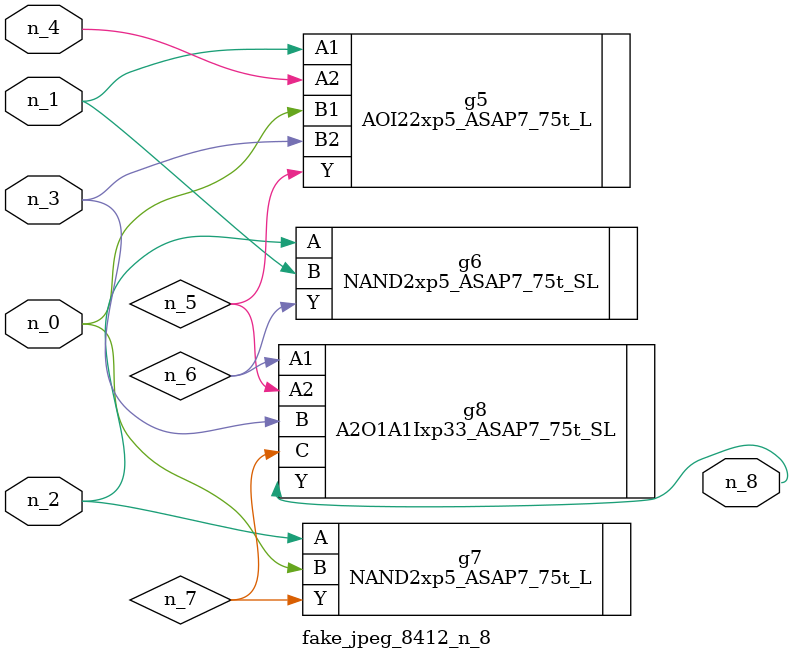
<source format=v>
module fake_jpeg_8412_n_8 (n_3, n_2, n_1, n_0, n_4, n_8);

input n_3;
input n_2;
input n_1;
input n_0;
input n_4;

output n_8;

wire n_6;
wire n_5;
wire n_7;

AOI22xp5_ASAP7_75t_L g5 ( 
.A1(n_1),
.A2(n_4),
.B1(n_0),
.B2(n_3),
.Y(n_5)
);

NAND2xp5_ASAP7_75t_SL g6 ( 
.A(n_2),
.B(n_1),
.Y(n_6)
);

NAND2xp5_ASAP7_75t_L g7 ( 
.A(n_2),
.B(n_0),
.Y(n_7)
);

A2O1A1Ixp33_ASAP7_75t_SL g8 ( 
.A1(n_6),
.A2(n_5),
.B(n_3),
.C(n_7),
.Y(n_8)
);


endmodule
</source>
